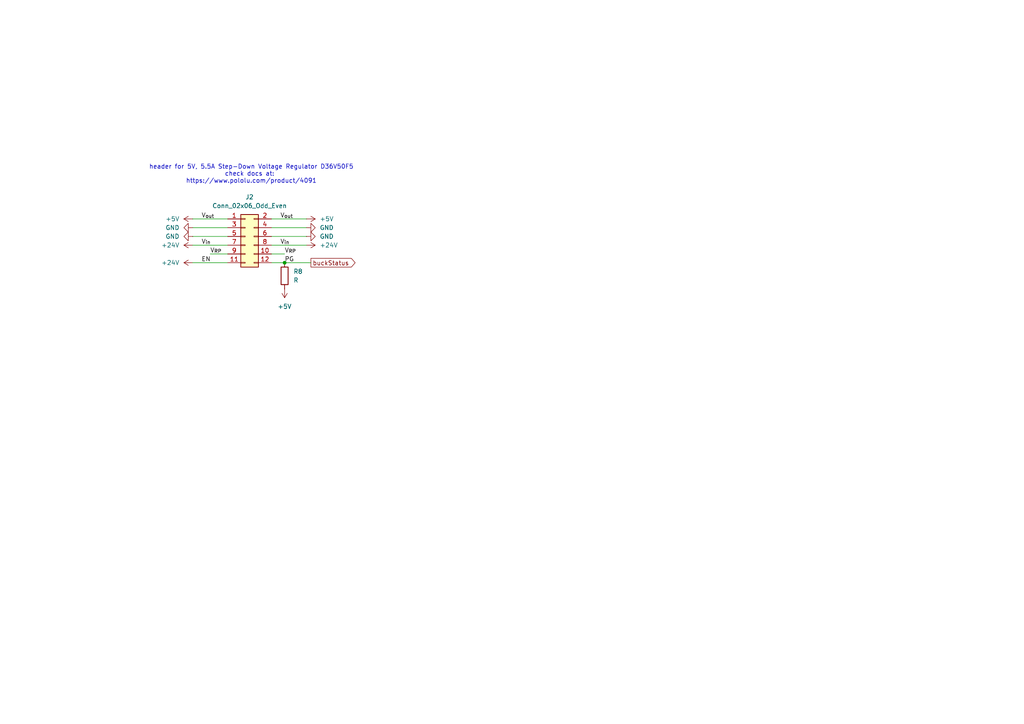
<source format=kicad_sch>
(kicad_sch (version 20231120) (generator "eeschema") (generator_version "8.0")
  (paper "A4")
  (lib_symbols
    (symbol "Connector_Generic:Conn_02x06_Odd_Even" (pin_names (offset 1.016) hide)
      (property "Reference" "J" (at 1.27 7.62 0))
      (property "Value" "Conn_02x06_Odd_Even" (at 1.27 -10.16 0))
      (symbol "Conn_02x06_Odd_Even_1_1"
        (rectangle (start -1.27 -7.493) (end 0 -7.747) (stroke (width 0.1524)))
        (rectangle (start -1.27 -4.953) (end 0 -5.207) (stroke (width 0.1524)))
        (rectangle (start -1.27 -2.413) (end 0 -2.667) (stroke (width 0.1524)))
        (rectangle (start -1.27 0.127) (end 0 -0.127) (stroke (width 0.1524)))
        (rectangle (start -1.27 2.667) (end 0 2.413) (stroke (width 0.1524)))
        (rectangle (start -1.27 5.207) (end 0 4.953) (stroke (width 0.1524)))
        (rectangle (start -1.27 6.35) (end 3.81 -8.89) (stroke (width 0.254)) (fill (type background)))
        (rectangle (start 3.81 -7.493) (end 2.54 -7.747) (stroke (width 0.1524)))
        (rectangle (start 3.81 -4.953) (end 2.54 -5.207) (stroke (width 0.1524)))
        (rectangle (start 3.81 -2.413) (end 2.54 -2.667) (stroke (width 0.1524)))
        (rectangle (start 3.81 0.127) (end 2.54 -0.127) (stroke (width 0.1524)))
        (rectangle (start 3.81 2.667) (end 2.54 2.413) (stroke (width 0.1524)))
        (rectangle (start 3.81 5.207) (end 2.54 4.953) (stroke (width 0.1524)))
        (pin passive line (at -5.08 5.08 0) (length 3.81) (name "Pin_1") (number "1"))
        (pin passive line (at 7.62 -5.08 180) (length 3.81) (name "Pin_10") (number "10"))
        (pin passive line (at -5.08 -7.62 0) (length 3.81) (name "Pin_11") (number "11"))
        (pin passive line (at 7.62 -7.62 180) (length 3.81) (name "Pin_12") (number "12"))
        (pin passive line (at 7.62 5.08 180) (length 3.81) (name "Pin_2") (number "2"))
        (pin passive line (at -5.08 2.54 0) (length 3.81) (name "Pin_3") (number "3"))
        (pin passive line (at 7.62 2.54 180) (length 3.81) (name "Pin_4") (number "4"))
        (pin passive line (at -5.08 0 0) (length 3.81) (name "Pin_5") (number "5"))
        (pin passive line (at 7.62 0 180) (length 3.81) (name "Pin_6") (number "6"))
        (pin passive line (at -5.08 -2.54 0) (length 3.81) (name "Pin_7") (number "7"))
        (pin passive line (at 7.62 -2.54 180) (length 3.81) (name "Pin_8") (number "8"))
        (pin passive line (at -5.08 -5.08 0) (length 3.81) (name "Pin_9") (number "9"))
      )
    )
    (symbol "Device:R" (pin_numbers hide) (pin_names (offset 0))
      (property "Reference" "R" (at 2.032 0 90))
      (property "Value" "R" (at 0 0 90))
      (symbol "R_0_1"
        (rectangle (start -1.016 -2.54) (end 1.016 2.54) (stroke (width 0.254)))
      )
      (symbol "R_1_1"
        (pin passive line (at 0 3.81 270) (length 1.27) (name "~") (number "1"))
        (pin passive line (at 0 -3.81 90) (length 1.27) (name "~") (number "2"))
      )
    )
    (symbol "power:+24V" (power) (pin_numbers hide) (pin_names (offset 0) hide)
      (property "Value" "+24V" (at 0 3.556 0))
      (symbol "+24V_0_1"
        (polyline (pts (xy -0.762 1.27) (xy 0 2.54)))
        (polyline (pts (xy 0 0) (xy 0 2.54)))
        (polyline (pts (xy 0 2.54) (xy 0.762 1.27)))
      )
      (symbol "+24V_1_1"
        (pin power_in line (at 0 0 90) (length 0) (name "~") (number "1"))
      )
    )
    (symbol "power:+5V" (power) (pin_numbers hide) (pin_names (offset 0) hide)
      (property "Value" "+5V" (at 0 3.556 0))
      (symbol "+5V_0_1"
        (polyline (pts (xy -0.762 1.27) (xy 0 2.54)))
        (polyline (pts (xy 0 0) (xy 0 2.54)))
        (polyline (pts (xy 0 2.54) (xy 0.762 1.27)))
      )
      (symbol "+5V_1_1"
        (pin power_in line (at 0 0 90) (length 0) (name "~") (number "1"))
      )
    )
    (symbol "power:GND" (power) (pin_numbers hide) (pin_names (offset 0) hide)
      (property "Value" "GND" (at 0 -3.81 0))
      (symbol "GND_0_1"
        (polyline (pts (xy 0 0) (xy 0 -1.27) (xy 1.27 -1.27) (xy 0 -2.54) (xy -1.27 -1.27) (xy 0 -1.27)))
      )
      (symbol "GND_1_1"
        (pin power_in line (at 0 0 270) (length 0) (name "~") (number "1"))
      )
    )
  )
  (junction (at 82.55 76.2))
  (wire (pts (xy 55.88 68.58) (xy 66.04 68.58)))
  (wire (pts (xy 88.9 63.5) (xy 78.74 63.5)))
  (wire (pts (xy 82.55 73.66) (xy 78.74 73.66)))
  (wire (pts (xy 55.88 76.2) (xy 66.04 76.2)))
  (wire (pts (xy 60.96 73.66) (xy 66.04 73.66)))
  (wire (pts (xy 88.9 68.58) (xy 78.74 68.58)))
  (wire (pts (xy 82.55 76.2) (xy 90.17 76.2)))
  (wire (pts (xy 55.88 71.12) (xy 66.04 71.12)))
  (wire (pts (xy 55.88 66.04) (xy 66.04 66.04)))
  (wire (pts (xy 88.9 66.04) (xy 78.74 66.04)))
  (wire (pts (xy 78.74 76.2) (xy 82.55 76.2)))
  (wire (pts (xy 55.88 63.5) (xy 66.04 63.5)))
  (wire (pts (xy 88.9 71.12) (xy 78.74 71.12)))
  (text "header for 5V, 5.5A Step-Down Voltage Regulator D36V50F5\ncheck docs at: \nhttps://www.pololu.com/product/4091" (at 72.898 50.546 0) (effects (font (size 1.27 1.27))))
  (label "V_{out}" (at 58.42 63.5 0))
  (label "EN" (at 58.42 76.2 0))
  (label "PG" (at 82.55 76.2 0))
  (label "V_{out}" (at 81.28 63.5 0))
  (label "V_{in}" (at 81.28 71.12 0))
  (label "V_{RP}" (at 82.55 73.66 0))
  (label "V_{in}" (at 58.42 71.12 0))
  (label "V_{RP}" (at 60.96 73.66 0))
  (global_label "buckStatus" (shape output) (at 90.17 76.2 0) (property "Intersheetrefs" "${INTERSHEET_REFS}" (effects (hide yes))))
  (symbol (lib_id "Device:R") (at 82.55 80.01 0) (unit 1)
    (property "Reference" "R8" (at 85.09 78.7399 0) (effects (justify left)))
    (property "Value" "R" (at 85.09 81.2799 0) (effects (justify left)))
    (property "Description" "Resistor" (effects (hide yes)))
  )
  (symbol (lib_id "power:GND") (at 55.88 66.04 270) (unit 1)
    (property "Reference" "#PWR022" (effects (hide yes)))
    (property "Value" "GND" (at 52.07 66.0399 90) (effects (justify right)))
    (property "Description" "Power symbol creates a global label with name \"GND\" , ground" (effects (hide yes)))
  )
  (symbol (lib_id "power:+5V") (at 88.9 63.5 270) (unit 1)
    (property "Reference" "#PWR021" (effects (hide yes)))
    (property "Value" "+5V" (at 92.71 63.4999 90) (effects (justify left)))
    (property "Description" "Power symbol creates a global label with name \"+5V\"" (effects (hide yes)))
  )
  (symbol (lib_id "power:GND") (at 88.9 66.04 90) (unit 1)
    (property "Reference" "#PWR024" (effects (hide yes)))
    (property "Value" "GND" (at 92.71 66.0399 90) (effects (justify right)))
    (property "Description" "Power symbol creates a global label with name \"GND\" , ground" (effects (hide yes)))
  )
  (symbol (lib_id "power:+5V") (at 82.55 83.82 180) (unit 1)
    (property "Reference" "#PWR029" (effects (hide yes)))
    (property "Value" "+5V" (at 82.55 88.9 0))
    (property "Description" "Power symbol creates a global label with name \"+5V\"" (effects (hide yes)))
  )
  (symbol (lib_id "power:+24V") (at 88.9 71.12 270) (unit 1)
    (property "Reference" "#PWR026" (effects (hide yes)))
    (property "Value" "+24V" (at 92.71 71.1199 90) (effects (justify left)))
    (property "Description" "Power symbol creates a global label with name \"+24V\"" (effects (hide yes)))
  )
  (symbol (lib_id "power:+24V") (at 55.88 71.12 90) (unit 1)
    (property "Reference" "#PWR027" (effects (hide yes)))
    (property "Value" "+24V" (at 52.07 71.1199 90) (effects (justify left)))
    (property "Description" "Power symbol creates a global label with name \"+24V\"" (effects (hide yes)))
  )
  (symbol (lib_id "power:+24V") (at 55.88 76.2 90) (unit 1)
    (property "Reference" "#PWR028" (effects (hide yes)))
    (property "Value" "+24V" (at 52.07 76.1999 90) (effects (justify left)))
    (property "Description" "Power symbol creates a global label with name \"+24V\"" (effects (hide yes)))
  )
  (symbol (lib_id "power:+5V") (at 55.88 63.5 90) (unit 1)
    (property "Reference" "#PWR020" (effects (hide yes)))
    (property "Value" "+5V" (at 52.07 63.4999 90) (effects (justify left)))
    (property "Description" "Power symbol creates a global label with name \"+5V\"" (effects (hide yes)))
  )
  (symbol (lib_id "power:GND") (at 88.9 68.58 90) (unit 1)
    (property "Reference" "#PWR025" (effects (hide yes)))
    (property "Value" "GND" (at 92.71 68.5799 90) (effects (justify right)))
    (property "Description" "Power symbol creates a global label with name \"GND\" , ground" (effects (hide yes)))
  )
  (symbol (lib_id "Connector_Generic:Conn_02x06_Odd_Even") (at 71.12 68.58 0) (unit 1)
    (property "Reference" "J2" (at 72.39 57.15 0))
    (property "Value" "Conn_02x06_Odd_Even" (at 72.39 59.69 0))
    (property "Description" "Generic connector, double row, 02x06, odd/even pin numbering scheme (row 1 odd numbers, row 2 even numbers), script generated (kicad-library-utils/schlib/autogen/connector/)" (effects (hide yes)))
  )
  (symbol (lib_id "power:GND") (at 55.88 68.58 270) (unit 1)
    (property "Reference" "#PWR023" (effects (hide yes)))
    (property "Value" "GND" (at 52.07 68.5799 90) (effects (justify right)))
    (property "Description" "Power symbol creates a global label with name \"GND\" , ground" (effects (hide yes)))
  )
)
</source>
